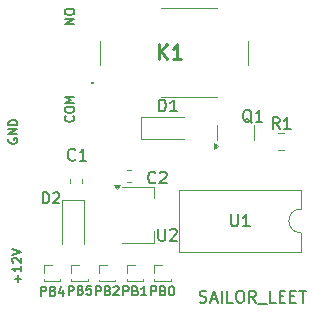
<source format=gbr>
%TF.GenerationSoftware,KiCad,Pcbnew,8.0.1*%
%TF.CreationDate,2024-12-19T13:08:11+01:00*%
%TF.ProjectId,on_off_switch,6f6e5f6f-6666-45f7-9377-697463682e6b,rev?*%
%TF.SameCoordinates,Original*%
%TF.FileFunction,Legend,Top*%
%TF.FilePolarity,Positive*%
%FSLAX46Y46*%
G04 Gerber Fmt 4.6, Leading zero omitted, Abs format (unit mm)*
G04 Created by KiCad (PCBNEW 8.0.1) date 2024-12-19 13:08:11*
%MOMM*%
%LPD*%
G01*
G04 APERTURE LIST*
%ADD10C,0.150000*%
%ADD11C,0.254000*%
%ADD12C,0.120000*%
%ADD13C,0.200000*%
%ADD14C,0.100000*%
G04 APERTURE END LIST*
D10*
X132439160Y-73822200D02*
X132582017Y-73869819D01*
X132582017Y-73869819D02*
X132820112Y-73869819D01*
X132820112Y-73869819D02*
X132915350Y-73822200D01*
X132915350Y-73822200D02*
X132962969Y-73774580D01*
X132962969Y-73774580D02*
X133010588Y-73679342D01*
X133010588Y-73679342D02*
X133010588Y-73584104D01*
X133010588Y-73584104D02*
X132962969Y-73488866D01*
X132962969Y-73488866D02*
X132915350Y-73441247D01*
X132915350Y-73441247D02*
X132820112Y-73393628D01*
X132820112Y-73393628D02*
X132629636Y-73346009D01*
X132629636Y-73346009D02*
X132534398Y-73298390D01*
X132534398Y-73298390D02*
X132486779Y-73250771D01*
X132486779Y-73250771D02*
X132439160Y-73155533D01*
X132439160Y-73155533D02*
X132439160Y-73060295D01*
X132439160Y-73060295D02*
X132486779Y-72965057D01*
X132486779Y-72965057D02*
X132534398Y-72917438D01*
X132534398Y-72917438D02*
X132629636Y-72869819D01*
X132629636Y-72869819D02*
X132867731Y-72869819D01*
X132867731Y-72869819D02*
X133010588Y-72917438D01*
X133391541Y-73584104D02*
X133867731Y-73584104D01*
X133296303Y-73869819D02*
X133629636Y-72869819D01*
X133629636Y-72869819D02*
X133962969Y-73869819D01*
X134296303Y-73869819D02*
X134296303Y-72869819D01*
X135248683Y-73869819D02*
X134772493Y-73869819D01*
X134772493Y-73869819D02*
X134772493Y-72869819D01*
X135772493Y-72869819D02*
X135962969Y-72869819D01*
X135962969Y-72869819D02*
X136058207Y-72917438D01*
X136058207Y-72917438D02*
X136153445Y-73012676D01*
X136153445Y-73012676D02*
X136201064Y-73203152D01*
X136201064Y-73203152D02*
X136201064Y-73536485D01*
X136201064Y-73536485D02*
X136153445Y-73726961D01*
X136153445Y-73726961D02*
X136058207Y-73822200D01*
X136058207Y-73822200D02*
X135962969Y-73869819D01*
X135962969Y-73869819D02*
X135772493Y-73869819D01*
X135772493Y-73869819D02*
X135677255Y-73822200D01*
X135677255Y-73822200D02*
X135582017Y-73726961D01*
X135582017Y-73726961D02*
X135534398Y-73536485D01*
X135534398Y-73536485D02*
X135534398Y-73203152D01*
X135534398Y-73203152D02*
X135582017Y-73012676D01*
X135582017Y-73012676D02*
X135677255Y-72917438D01*
X135677255Y-72917438D02*
X135772493Y-72869819D01*
X137201064Y-73869819D02*
X136867731Y-73393628D01*
X136629636Y-73869819D02*
X136629636Y-72869819D01*
X136629636Y-72869819D02*
X137010588Y-72869819D01*
X137010588Y-72869819D02*
X137105826Y-72917438D01*
X137105826Y-72917438D02*
X137153445Y-72965057D01*
X137153445Y-72965057D02*
X137201064Y-73060295D01*
X137201064Y-73060295D02*
X137201064Y-73203152D01*
X137201064Y-73203152D02*
X137153445Y-73298390D01*
X137153445Y-73298390D02*
X137105826Y-73346009D01*
X137105826Y-73346009D02*
X137010588Y-73393628D01*
X137010588Y-73393628D02*
X136629636Y-73393628D01*
X137391541Y-73965057D02*
X138153445Y-73965057D01*
X138867731Y-73869819D02*
X138391541Y-73869819D01*
X138391541Y-73869819D02*
X138391541Y-72869819D01*
X139201065Y-73346009D02*
X139534398Y-73346009D01*
X139677255Y-73869819D02*
X139201065Y-73869819D01*
X139201065Y-73869819D02*
X139201065Y-72869819D01*
X139201065Y-72869819D02*
X139677255Y-72869819D01*
X140105827Y-73346009D02*
X140439160Y-73346009D01*
X140582017Y-73869819D02*
X140105827Y-73869819D01*
X140105827Y-73869819D02*
X140105827Y-72869819D01*
X140105827Y-72869819D02*
X140582017Y-72869819D01*
X140867732Y-72869819D02*
X141439160Y-72869819D01*
X141153446Y-73869819D02*
X141153446Y-72869819D01*
X117054430Y-72132571D02*
X117054430Y-71552000D01*
X117344715Y-71842285D02*
X116764144Y-71842285D01*
X117344715Y-70789999D02*
X117344715Y-71225428D01*
X117344715Y-71007713D02*
X116582715Y-71007713D01*
X116582715Y-71007713D02*
X116691572Y-71080285D01*
X116691572Y-71080285D02*
X116764144Y-71152856D01*
X116764144Y-71152856D02*
X116800430Y-71225428D01*
X116655287Y-70499714D02*
X116619001Y-70463428D01*
X116619001Y-70463428D02*
X116582715Y-70390857D01*
X116582715Y-70390857D02*
X116582715Y-70209428D01*
X116582715Y-70209428D02*
X116619001Y-70136857D01*
X116619001Y-70136857D02*
X116655287Y-70100571D01*
X116655287Y-70100571D02*
X116727858Y-70064285D01*
X116727858Y-70064285D02*
X116800430Y-70064285D01*
X116800430Y-70064285D02*
X116909287Y-70100571D01*
X116909287Y-70100571D02*
X117344715Y-70535999D01*
X117344715Y-70535999D02*
X117344715Y-70064285D01*
X116582715Y-69846571D02*
X117344715Y-69592571D01*
X117344715Y-69592571D02*
X116582715Y-69338571D01*
X139200833Y-59184819D02*
X138867500Y-58708628D01*
X138629405Y-59184819D02*
X138629405Y-58184819D01*
X138629405Y-58184819D02*
X139010357Y-58184819D01*
X139010357Y-58184819D02*
X139105595Y-58232438D01*
X139105595Y-58232438D02*
X139153214Y-58280057D01*
X139153214Y-58280057D02*
X139200833Y-58375295D01*
X139200833Y-58375295D02*
X139200833Y-58518152D01*
X139200833Y-58518152D02*
X139153214Y-58613390D01*
X139153214Y-58613390D02*
X139105595Y-58661009D01*
X139105595Y-58661009D02*
X139010357Y-58708628D01*
X139010357Y-58708628D02*
X138629405Y-58708628D01*
X140153214Y-59184819D02*
X139581786Y-59184819D01*
X139867500Y-59184819D02*
X139867500Y-58184819D01*
X139867500Y-58184819D02*
X139772262Y-58327676D01*
X139772262Y-58327676D02*
X139677024Y-58422914D01*
X139677024Y-58422914D02*
X139581786Y-58470533D01*
X136844761Y-58650057D02*
X136749523Y-58602438D01*
X136749523Y-58602438D02*
X136654285Y-58507200D01*
X136654285Y-58507200D02*
X136511428Y-58364342D01*
X136511428Y-58364342D02*
X136416190Y-58316723D01*
X136416190Y-58316723D02*
X136320952Y-58316723D01*
X136368571Y-58554819D02*
X136273333Y-58507200D01*
X136273333Y-58507200D02*
X136178095Y-58411961D01*
X136178095Y-58411961D02*
X136130476Y-58221485D01*
X136130476Y-58221485D02*
X136130476Y-57888152D01*
X136130476Y-57888152D02*
X136178095Y-57697676D01*
X136178095Y-57697676D02*
X136273333Y-57602438D01*
X136273333Y-57602438D02*
X136368571Y-57554819D01*
X136368571Y-57554819D02*
X136559047Y-57554819D01*
X136559047Y-57554819D02*
X136654285Y-57602438D01*
X136654285Y-57602438D02*
X136749523Y-57697676D01*
X136749523Y-57697676D02*
X136797142Y-57888152D01*
X136797142Y-57888152D02*
X136797142Y-58221485D01*
X136797142Y-58221485D02*
X136749523Y-58411961D01*
X136749523Y-58411961D02*
X136654285Y-58507200D01*
X136654285Y-58507200D02*
X136559047Y-58554819D01*
X136559047Y-58554819D02*
X136368571Y-58554819D01*
X137749523Y-58554819D02*
X137178095Y-58554819D01*
X137463809Y-58554819D02*
X137463809Y-57554819D01*
X137463809Y-57554819D02*
X137368571Y-57697676D01*
X137368571Y-57697676D02*
X137273333Y-57792914D01*
X137273333Y-57792914D02*
X137178095Y-57840533D01*
X116279001Y-60000571D02*
X116242715Y-60073143D01*
X116242715Y-60073143D02*
X116242715Y-60182000D01*
X116242715Y-60182000D02*
X116279001Y-60290857D01*
X116279001Y-60290857D02*
X116351572Y-60363428D01*
X116351572Y-60363428D02*
X116424144Y-60399714D01*
X116424144Y-60399714D02*
X116569287Y-60436000D01*
X116569287Y-60436000D02*
X116678144Y-60436000D01*
X116678144Y-60436000D02*
X116823287Y-60399714D01*
X116823287Y-60399714D02*
X116895858Y-60363428D01*
X116895858Y-60363428D02*
X116968430Y-60290857D01*
X116968430Y-60290857D02*
X117004715Y-60182000D01*
X117004715Y-60182000D02*
X117004715Y-60109428D01*
X117004715Y-60109428D02*
X116968430Y-60000571D01*
X116968430Y-60000571D02*
X116932144Y-59964285D01*
X116932144Y-59964285D02*
X116678144Y-59964285D01*
X116678144Y-59964285D02*
X116678144Y-60109428D01*
X117004715Y-59637714D02*
X116242715Y-59637714D01*
X116242715Y-59637714D02*
X117004715Y-59202285D01*
X117004715Y-59202285D02*
X116242715Y-59202285D01*
X117004715Y-58839428D02*
X116242715Y-58839428D01*
X116242715Y-58839428D02*
X116242715Y-58657999D01*
X116242715Y-58657999D02*
X116279001Y-58549142D01*
X116279001Y-58549142D02*
X116351572Y-58476571D01*
X116351572Y-58476571D02*
X116424144Y-58440285D01*
X116424144Y-58440285D02*
X116569287Y-58403999D01*
X116569287Y-58403999D02*
X116678144Y-58403999D01*
X116678144Y-58403999D02*
X116823287Y-58440285D01*
X116823287Y-58440285D02*
X116895858Y-58476571D01*
X116895858Y-58476571D02*
X116968430Y-58549142D01*
X116968430Y-58549142D02*
X117004715Y-58657999D01*
X117004715Y-58657999D02*
X117004715Y-58839428D01*
X125986571Y-73254715D02*
X125986571Y-72492715D01*
X125986571Y-72492715D02*
X126276857Y-72492715D01*
X126276857Y-72492715D02*
X126349428Y-72529001D01*
X126349428Y-72529001D02*
X126385714Y-72565287D01*
X126385714Y-72565287D02*
X126422000Y-72637858D01*
X126422000Y-72637858D02*
X126422000Y-72746715D01*
X126422000Y-72746715D02*
X126385714Y-72819287D01*
X126385714Y-72819287D02*
X126349428Y-72855572D01*
X126349428Y-72855572D02*
X126276857Y-72891858D01*
X126276857Y-72891858D02*
X125986571Y-72891858D01*
X127002571Y-72855572D02*
X127111428Y-72891858D01*
X127111428Y-72891858D02*
X127147714Y-72928144D01*
X127147714Y-72928144D02*
X127184000Y-73000715D01*
X127184000Y-73000715D02*
X127184000Y-73109572D01*
X127184000Y-73109572D02*
X127147714Y-73182144D01*
X127147714Y-73182144D02*
X127111428Y-73218430D01*
X127111428Y-73218430D02*
X127038857Y-73254715D01*
X127038857Y-73254715D02*
X126748571Y-73254715D01*
X126748571Y-73254715D02*
X126748571Y-72492715D01*
X126748571Y-72492715D02*
X127002571Y-72492715D01*
X127002571Y-72492715D02*
X127075143Y-72529001D01*
X127075143Y-72529001D02*
X127111428Y-72565287D01*
X127111428Y-72565287D02*
X127147714Y-72637858D01*
X127147714Y-72637858D02*
X127147714Y-72710430D01*
X127147714Y-72710430D02*
X127111428Y-72783001D01*
X127111428Y-72783001D02*
X127075143Y-72819287D01*
X127075143Y-72819287D02*
X127002571Y-72855572D01*
X127002571Y-72855572D02*
X126748571Y-72855572D01*
X127909714Y-73254715D02*
X127474285Y-73254715D01*
X127692000Y-73254715D02*
X127692000Y-72492715D01*
X127692000Y-72492715D02*
X127619428Y-72601572D01*
X127619428Y-72601572D02*
X127546857Y-72674144D01*
X127546857Y-72674144D02*
X127474285Y-72710430D01*
D11*
X128962618Y-53274318D02*
X128962618Y-52004318D01*
X129688333Y-53274318D02*
X129144047Y-52548603D01*
X129688333Y-52004318D02*
X128962618Y-52730032D01*
X130897857Y-53274318D02*
X130172142Y-53274318D01*
X130534999Y-53274318D02*
X130534999Y-52004318D01*
X130534999Y-52004318D02*
X130414047Y-52185746D01*
X130414047Y-52185746D02*
X130293095Y-52306699D01*
X130293095Y-52306699D02*
X130172142Y-52367175D01*
D10*
X121893333Y-61754580D02*
X121845714Y-61802200D01*
X121845714Y-61802200D02*
X121702857Y-61849819D01*
X121702857Y-61849819D02*
X121607619Y-61849819D01*
X121607619Y-61849819D02*
X121464762Y-61802200D01*
X121464762Y-61802200D02*
X121369524Y-61706961D01*
X121369524Y-61706961D02*
X121321905Y-61611723D01*
X121321905Y-61611723D02*
X121274286Y-61421247D01*
X121274286Y-61421247D02*
X121274286Y-61278390D01*
X121274286Y-61278390D02*
X121321905Y-61087914D01*
X121321905Y-61087914D02*
X121369524Y-60992676D01*
X121369524Y-60992676D02*
X121464762Y-60897438D01*
X121464762Y-60897438D02*
X121607619Y-60849819D01*
X121607619Y-60849819D02*
X121702857Y-60849819D01*
X121702857Y-60849819D02*
X121845714Y-60897438D01*
X121845714Y-60897438D02*
X121893333Y-60945057D01*
X122845714Y-61849819D02*
X122274286Y-61849819D01*
X122560000Y-61849819D02*
X122560000Y-60849819D01*
X122560000Y-60849819D02*
X122464762Y-60992676D01*
X122464762Y-60992676D02*
X122369524Y-61087914D01*
X122369524Y-61087914D02*
X122274286Y-61135533D01*
X128938095Y-67634819D02*
X128938095Y-68444342D01*
X128938095Y-68444342D02*
X128985714Y-68539580D01*
X128985714Y-68539580D02*
X129033333Y-68587200D01*
X129033333Y-68587200D02*
X129128571Y-68634819D01*
X129128571Y-68634819D02*
X129319047Y-68634819D01*
X129319047Y-68634819D02*
X129414285Y-68587200D01*
X129414285Y-68587200D02*
X129461904Y-68539580D01*
X129461904Y-68539580D02*
X129509523Y-68444342D01*
X129509523Y-68444342D02*
X129509523Y-67634819D01*
X129938095Y-67730057D02*
X129985714Y-67682438D01*
X129985714Y-67682438D02*
X130080952Y-67634819D01*
X130080952Y-67634819D02*
X130319047Y-67634819D01*
X130319047Y-67634819D02*
X130414285Y-67682438D01*
X130414285Y-67682438D02*
X130461904Y-67730057D01*
X130461904Y-67730057D02*
X130509523Y-67825295D01*
X130509523Y-67825295D02*
X130509523Y-67920533D01*
X130509523Y-67920533D02*
X130461904Y-68063390D01*
X130461904Y-68063390D02*
X129890476Y-68634819D01*
X129890476Y-68634819D02*
X130509523Y-68634819D01*
X121794715Y-50276857D02*
X121032715Y-50276857D01*
X121032715Y-50276857D02*
X121794715Y-49841428D01*
X121794715Y-49841428D02*
X121032715Y-49841428D01*
X121032715Y-49333428D02*
X121032715Y-49188285D01*
X121032715Y-49188285D02*
X121069001Y-49115714D01*
X121069001Y-49115714D02*
X121141572Y-49043142D01*
X121141572Y-49043142D02*
X121286715Y-49006857D01*
X121286715Y-49006857D02*
X121540715Y-49006857D01*
X121540715Y-49006857D02*
X121685858Y-49043142D01*
X121685858Y-49043142D02*
X121758430Y-49115714D01*
X121758430Y-49115714D02*
X121794715Y-49188285D01*
X121794715Y-49188285D02*
X121794715Y-49333428D01*
X121794715Y-49333428D02*
X121758430Y-49406000D01*
X121758430Y-49406000D02*
X121685858Y-49478571D01*
X121685858Y-49478571D02*
X121540715Y-49514857D01*
X121540715Y-49514857D02*
X121286715Y-49514857D01*
X121286715Y-49514857D02*
X121141572Y-49478571D01*
X121141572Y-49478571D02*
X121069001Y-49406000D01*
X121069001Y-49406000D02*
X121032715Y-49333428D01*
X121722144Y-58068713D02*
X121758430Y-58104999D01*
X121758430Y-58104999D02*
X121794715Y-58213856D01*
X121794715Y-58213856D02*
X121794715Y-58286428D01*
X121794715Y-58286428D02*
X121758430Y-58395285D01*
X121758430Y-58395285D02*
X121685858Y-58467856D01*
X121685858Y-58467856D02*
X121613287Y-58504142D01*
X121613287Y-58504142D02*
X121468144Y-58540428D01*
X121468144Y-58540428D02*
X121359287Y-58540428D01*
X121359287Y-58540428D02*
X121214144Y-58504142D01*
X121214144Y-58504142D02*
X121141572Y-58467856D01*
X121141572Y-58467856D02*
X121069001Y-58395285D01*
X121069001Y-58395285D02*
X121032715Y-58286428D01*
X121032715Y-58286428D02*
X121032715Y-58213856D01*
X121032715Y-58213856D02*
X121069001Y-58104999D01*
X121069001Y-58104999D02*
X121105287Y-58068713D01*
X121032715Y-57596999D02*
X121032715Y-57451856D01*
X121032715Y-57451856D02*
X121069001Y-57379285D01*
X121069001Y-57379285D02*
X121141572Y-57306713D01*
X121141572Y-57306713D02*
X121286715Y-57270428D01*
X121286715Y-57270428D02*
X121540715Y-57270428D01*
X121540715Y-57270428D02*
X121685858Y-57306713D01*
X121685858Y-57306713D02*
X121758430Y-57379285D01*
X121758430Y-57379285D02*
X121794715Y-57451856D01*
X121794715Y-57451856D02*
X121794715Y-57596999D01*
X121794715Y-57596999D02*
X121758430Y-57669571D01*
X121758430Y-57669571D02*
X121685858Y-57742142D01*
X121685858Y-57742142D02*
X121540715Y-57778428D01*
X121540715Y-57778428D02*
X121286715Y-57778428D01*
X121286715Y-57778428D02*
X121141572Y-57742142D01*
X121141572Y-57742142D02*
X121069001Y-57669571D01*
X121069001Y-57669571D02*
X121032715Y-57596999D01*
X121794715Y-56943856D02*
X121032715Y-56943856D01*
X121032715Y-56943856D02*
X121577001Y-56689856D01*
X121577001Y-56689856D02*
X121032715Y-56435856D01*
X121032715Y-56435856D02*
X121794715Y-56435856D01*
X128688333Y-63689580D02*
X128640714Y-63737200D01*
X128640714Y-63737200D02*
X128497857Y-63784819D01*
X128497857Y-63784819D02*
X128402619Y-63784819D01*
X128402619Y-63784819D02*
X128259762Y-63737200D01*
X128259762Y-63737200D02*
X128164524Y-63641961D01*
X128164524Y-63641961D02*
X128116905Y-63546723D01*
X128116905Y-63546723D02*
X128069286Y-63356247D01*
X128069286Y-63356247D02*
X128069286Y-63213390D01*
X128069286Y-63213390D02*
X128116905Y-63022914D01*
X128116905Y-63022914D02*
X128164524Y-62927676D01*
X128164524Y-62927676D02*
X128259762Y-62832438D01*
X128259762Y-62832438D02*
X128402619Y-62784819D01*
X128402619Y-62784819D02*
X128497857Y-62784819D01*
X128497857Y-62784819D02*
X128640714Y-62832438D01*
X128640714Y-62832438D02*
X128688333Y-62880057D01*
X129069286Y-62880057D02*
X129116905Y-62832438D01*
X129116905Y-62832438D02*
X129212143Y-62784819D01*
X129212143Y-62784819D02*
X129450238Y-62784819D01*
X129450238Y-62784819D02*
X129545476Y-62832438D01*
X129545476Y-62832438D02*
X129593095Y-62880057D01*
X129593095Y-62880057D02*
X129640714Y-62975295D01*
X129640714Y-62975295D02*
X129640714Y-63070533D01*
X129640714Y-63070533D02*
X129593095Y-63213390D01*
X129593095Y-63213390D02*
X129021667Y-63784819D01*
X129021667Y-63784819D02*
X129640714Y-63784819D01*
X119016571Y-73274715D02*
X119016571Y-72512715D01*
X119016571Y-72512715D02*
X119306857Y-72512715D01*
X119306857Y-72512715D02*
X119379428Y-72549001D01*
X119379428Y-72549001D02*
X119415714Y-72585287D01*
X119415714Y-72585287D02*
X119452000Y-72657858D01*
X119452000Y-72657858D02*
X119452000Y-72766715D01*
X119452000Y-72766715D02*
X119415714Y-72839287D01*
X119415714Y-72839287D02*
X119379428Y-72875572D01*
X119379428Y-72875572D02*
X119306857Y-72911858D01*
X119306857Y-72911858D02*
X119016571Y-72911858D01*
X120032571Y-72875572D02*
X120141428Y-72911858D01*
X120141428Y-72911858D02*
X120177714Y-72948144D01*
X120177714Y-72948144D02*
X120214000Y-73020715D01*
X120214000Y-73020715D02*
X120214000Y-73129572D01*
X120214000Y-73129572D02*
X120177714Y-73202144D01*
X120177714Y-73202144D02*
X120141428Y-73238430D01*
X120141428Y-73238430D02*
X120068857Y-73274715D01*
X120068857Y-73274715D02*
X119778571Y-73274715D01*
X119778571Y-73274715D02*
X119778571Y-72512715D01*
X119778571Y-72512715D02*
X120032571Y-72512715D01*
X120032571Y-72512715D02*
X120105143Y-72549001D01*
X120105143Y-72549001D02*
X120141428Y-72585287D01*
X120141428Y-72585287D02*
X120177714Y-72657858D01*
X120177714Y-72657858D02*
X120177714Y-72730430D01*
X120177714Y-72730430D02*
X120141428Y-72803001D01*
X120141428Y-72803001D02*
X120105143Y-72839287D01*
X120105143Y-72839287D02*
X120032571Y-72875572D01*
X120032571Y-72875572D02*
X119778571Y-72875572D01*
X120867143Y-72766715D02*
X120867143Y-73274715D01*
X120685714Y-72476430D02*
X120504285Y-73020715D01*
X120504285Y-73020715D02*
X120976000Y-73020715D01*
X128346571Y-73264715D02*
X128346571Y-72502715D01*
X128346571Y-72502715D02*
X128636857Y-72502715D01*
X128636857Y-72502715D02*
X128709428Y-72539001D01*
X128709428Y-72539001D02*
X128745714Y-72575287D01*
X128745714Y-72575287D02*
X128782000Y-72647858D01*
X128782000Y-72647858D02*
X128782000Y-72756715D01*
X128782000Y-72756715D02*
X128745714Y-72829287D01*
X128745714Y-72829287D02*
X128709428Y-72865572D01*
X128709428Y-72865572D02*
X128636857Y-72901858D01*
X128636857Y-72901858D02*
X128346571Y-72901858D01*
X129362571Y-72865572D02*
X129471428Y-72901858D01*
X129471428Y-72901858D02*
X129507714Y-72938144D01*
X129507714Y-72938144D02*
X129544000Y-73010715D01*
X129544000Y-73010715D02*
X129544000Y-73119572D01*
X129544000Y-73119572D02*
X129507714Y-73192144D01*
X129507714Y-73192144D02*
X129471428Y-73228430D01*
X129471428Y-73228430D02*
X129398857Y-73264715D01*
X129398857Y-73264715D02*
X129108571Y-73264715D01*
X129108571Y-73264715D02*
X129108571Y-72502715D01*
X129108571Y-72502715D02*
X129362571Y-72502715D01*
X129362571Y-72502715D02*
X129435143Y-72539001D01*
X129435143Y-72539001D02*
X129471428Y-72575287D01*
X129471428Y-72575287D02*
X129507714Y-72647858D01*
X129507714Y-72647858D02*
X129507714Y-72720430D01*
X129507714Y-72720430D02*
X129471428Y-72793001D01*
X129471428Y-72793001D02*
X129435143Y-72829287D01*
X129435143Y-72829287D02*
X129362571Y-72865572D01*
X129362571Y-72865572D02*
X129108571Y-72865572D01*
X130015714Y-72502715D02*
X130088285Y-72502715D01*
X130088285Y-72502715D02*
X130160857Y-72539001D01*
X130160857Y-72539001D02*
X130197143Y-72575287D01*
X130197143Y-72575287D02*
X130233428Y-72647858D01*
X130233428Y-72647858D02*
X130269714Y-72793001D01*
X130269714Y-72793001D02*
X130269714Y-72974430D01*
X130269714Y-72974430D02*
X130233428Y-73119572D01*
X130233428Y-73119572D02*
X130197143Y-73192144D01*
X130197143Y-73192144D02*
X130160857Y-73228430D01*
X130160857Y-73228430D02*
X130088285Y-73264715D01*
X130088285Y-73264715D02*
X130015714Y-73264715D01*
X130015714Y-73264715D02*
X129943143Y-73228430D01*
X129943143Y-73228430D02*
X129906857Y-73192144D01*
X129906857Y-73192144D02*
X129870571Y-73119572D01*
X129870571Y-73119572D02*
X129834285Y-72974430D01*
X129834285Y-72974430D02*
X129834285Y-72793001D01*
X129834285Y-72793001D02*
X129870571Y-72647858D01*
X129870571Y-72647858D02*
X129906857Y-72575287D01*
X129906857Y-72575287D02*
X129943143Y-72539001D01*
X129943143Y-72539001D02*
X130015714Y-72502715D01*
X135098095Y-66394819D02*
X135098095Y-67204342D01*
X135098095Y-67204342D02*
X135145714Y-67299580D01*
X135145714Y-67299580D02*
X135193333Y-67347200D01*
X135193333Y-67347200D02*
X135288571Y-67394819D01*
X135288571Y-67394819D02*
X135479047Y-67394819D01*
X135479047Y-67394819D02*
X135574285Y-67347200D01*
X135574285Y-67347200D02*
X135621904Y-67299580D01*
X135621904Y-67299580D02*
X135669523Y-67204342D01*
X135669523Y-67204342D02*
X135669523Y-66394819D01*
X136669523Y-67394819D02*
X136098095Y-67394819D01*
X136383809Y-67394819D02*
X136383809Y-66394819D01*
X136383809Y-66394819D02*
X136288571Y-66537676D01*
X136288571Y-66537676D02*
X136193333Y-66632914D01*
X136193333Y-66632914D02*
X136098095Y-66680533D01*
X121356571Y-73214715D02*
X121356571Y-72452715D01*
X121356571Y-72452715D02*
X121646857Y-72452715D01*
X121646857Y-72452715D02*
X121719428Y-72489001D01*
X121719428Y-72489001D02*
X121755714Y-72525287D01*
X121755714Y-72525287D02*
X121792000Y-72597858D01*
X121792000Y-72597858D02*
X121792000Y-72706715D01*
X121792000Y-72706715D02*
X121755714Y-72779287D01*
X121755714Y-72779287D02*
X121719428Y-72815572D01*
X121719428Y-72815572D02*
X121646857Y-72851858D01*
X121646857Y-72851858D02*
X121356571Y-72851858D01*
X122372571Y-72815572D02*
X122481428Y-72851858D01*
X122481428Y-72851858D02*
X122517714Y-72888144D01*
X122517714Y-72888144D02*
X122554000Y-72960715D01*
X122554000Y-72960715D02*
X122554000Y-73069572D01*
X122554000Y-73069572D02*
X122517714Y-73142144D01*
X122517714Y-73142144D02*
X122481428Y-73178430D01*
X122481428Y-73178430D02*
X122408857Y-73214715D01*
X122408857Y-73214715D02*
X122118571Y-73214715D01*
X122118571Y-73214715D02*
X122118571Y-72452715D01*
X122118571Y-72452715D02*
X122372571Y-72452715D01*
X122372571Y-72452715D02*
X122445143Y-72489001D01*
X122445143Y-72489001D02*
X122481428Y-72525287D01*
X122481428Y-72525287D02*
X122517714Y-72597858D01*
X122517714Y-72597858D02*
X122517714Y-72670430D01*
X122517714Y-72670430D02*
X122481428Y-72743001D01*
X122481428Y-72743001D02*
X122445143Y-72779287D01*
X122445143Y-72779287D02*
X122372571Y-72815572D01*
X122372571Y-72815572D02*
X122118571Y-72815572D01*
X123243428Y-72452715D02*
X122880571Y-72452715D01*
X122880571Y-72452715D02*
X122844285Y-72815572D01*
X122844285Y-72815572D02*
X122880571Y-72779287D01*
X122880571Y-72779287D02*
X122953143Y-72743001D01*
X122953143Y-72743001D02*
X123134571Y-72743001D01*
X123134571Y-72743001D02*
X123207143Y-72779287D01*
X123207143Y-72779287D02*
X123243428Y-72815572D01*
X123243428Y-72815572D02*
X123279714Y-72888144D01*
X123279714Y-72888144D02*
X123279714Y-73069572D01*
X123279714Y-73069572D02*
X123243428Y-73142144D01*
X123243428Y-73142144D02*
X123207143Y-73178430D01*
X123207143Y-73178430D02*
X123134571Y-73214715D01*
X123134571Y-73214715D02*
X122953143Y-73214715D01*
X122953143Y-73214715D02*
X122880571Y-73178430D01*
X122880571Y-73178430D02*
X122844285Y-73142144D01*
X119195714Y-65448557D02*
X119195714Y-64548557D01*
X119195714Y-64548557D02*
X119410000Y-64548557D01*
X119410000Y-64548557D02*
X119538571Y-64591414D01*
X119538571Y-64591414D02*
X119624286Y-64677128D01*
X119624286Y-64677128D02*
X119667143Y-64762842D01*
X119667143Y-64762842D02*
X119710000Y-64934271D01*
X119710000Y-64934271D02*
X119710000Y-65062842D01*
X119710000Y-65062842D02*
X119667143Y-65234271D01*
X119667143Y-65234271D02*
X119624286Y-65319985D01*
X119624286Y-65319985D02*
X119538571Y-65405700D01*
X119538571Y-65405700D02*
X119410000Y-65448557D01*
X119410000Y-65448557D02*
X119195714Y-65448557D01*
X120052857Y-64634271D02*
X120095714Y-64591414D01*
X120095714Y-64591414D02*
X120181429Y-64548557D01*
X120181429Y-64548557D02*
X120395714Y-64548557D01*
X120395714Y-64548557D02*
X120481429Y-64591414D01*
X120481429Y-64591414D02*
X120524286Y-64634271D01*
X120524286Y-64634271D02*
X120567143Y-64719985D01*
X120567143Y-64719985D02*
X120567143Y-64805700D01*
X120567143Y-64805700D02*
X120524286Y-64934271D01*
X120524286Y-64934271D02*
X120010000Y-65448557D01*
X120010000Y-65448557D02*
X120567143Y-65448557D01*
X129001905Y-57684819D02*
X129001905Y-56684819D01*
X129001905Y-56684819D02*
X129240000Y-56684819D01*
X129240000Y-56684819D02*
X129382857Y-56732438D01*
X129382857Y-56732438D02*
X129478095Y-56827676D01*
X129478095Y-56827676D02*
X129525714Y-56922914D01*
X129525714Y-56922914D02*
X129573333Y-57113390D01*
X129573333Y-57113390D02*
X129573333Y-57256247D01*
X129573333Y-57256247D02*
X129525714Y-57446723D01*
X129525714Y-57446723D02*
X129478095Y-57541961D01*
X129478095Y-57541961D02*
X129382857Y-57637200D01*
X129382857Y-57637200D02*
X129240000Y-57684819D01*
X129240000Y-57684819D02*
X129001905Y-57684819D01*
X130525714Y-57684819D02*
X129954286Y-57684819D01*
X130240000Y-57684819D02*
X130240000Y-56684819D01*
X130240000Y-56684819D02*
X130144762Y-56827676D01*
X130144762Y-56827676D02*
X130049524Y-56922914D01*
X130049524Y-56922914D02*
X129954286Y-56970533D01*
X123646571Y-73254715D02*
X123646571Y-72492715D01*
X123646571Y-72492715D02*
X123936857Y-72492715D01*
X123936857Y-72492715D02*
X124009428Y-72529001D01*
X124009428Y-72529001D02*
X124045714Y-72565287D01*
X124045714Y-72565287D02*
X124082000Y-72637858D01*
X124082000Y-72637858D02*
X124082000Y-72746715D01*
X124082000Y-72746715D02*
X124045714Y-72819287D01*
X124045714Y-72819287D02*
X124009428Y-72855572D01*
X124009428Y-72855572D02*
X123936857Y-72891858D01*
X123936857Y-72891858D02*
X123646571Y-72891858D01*
X124662571Y-72855572D02*
X124771428Y-72891858D01*
X124771428Y-72891858D02*
X124807714Y-72928144D01*
X124807714Y-72928144D02*
X124844000Y-73000715D01*
X124844000Y-73000715D02*
X124844000Y-73109572D01*
X124844000Y-73109572D02*
X124807714Y-73182144D01*
X124807714Y-73182144D02*
X124771428Y-73218430D01*
X124771428Y-73218430D02*
X124698857Y-73254715D01*
X124698857Y-73254715D02*
X124408571Y-73254715D01*
X124408571Y-73254715D02*
X124408571Y-72492715D01*
X124408571Y-72492715D02*
X124662571Y-72492715D01*
X124662571Y-72492715D02*
X124735143Y-72529001D01*
X124735143Y-72529001D02*
X124771428Y-72565287D01*
X124771428Y-72565287D02*
X124807714Y-72637858D01*
X124807714Y-72637858D02*
X124807714Y-72710430D01*
X124807714Y-72710430D02*
X124771428Y-72783001D01*
X124771428Y-72783001D02*
X124735143Y-72819287D01*
X124735143Y-72819287D02*
X124662571Y-72855572D01*
X124662571Y-72855572D02*
X124408571Y-72855572D01*
X125134285Y-72565287D02*
X125170571Y-72529001D01*
X125170571Y-72529001D02*
X125243143Y-72492715D01*
X125243143Y-72492715D02*
X125424571Y-72492715D01*
X125424571Y-72492715D02*
X125497143Y-72529001D01*
X125497143Y-72529001D02*
X125533428Y-72565287D01*
X125533428Y-72565287D02*
X125569714Y-72637858D01*
X125569714Y-72637858D02*
X125569714Y-72710430D01*
X125569714Y-72710430D02*
X125533428Y-72819287D01*
X125533428Y-72819287D02*
X125098000Y-73254715D01*
X125098000Y-73254715D02*
X125569714Y-73254715D01*
D12*
%TO.C,R1*%
X139537064Y-59505000D02*
X139082936Y-59505000D01*
X139537064Y-60975000D02*
X139082936Y-60975000D01*
%TO.C,Q1*%
X133930000Y-59467500D02*
X133930000Y-58817500D01*
X133930000Y-59467500D02*
X133930000Y-60117500D01*
X137050000Y-59467500D02*
X137050000Y-58817500D01*
X137050000Y-59467500D02*
X137050000Y-60117500D01*
X133980000Y-60630000D02*
X133650000Y-60870000D01*
X133650000Y-60390000D01*
X133980000Y-60630000D01*
G36*
X133980000Y-60630000D02*
G01*
X133650000Y-60870000D01*
X133650000Y-60390000D01*
X133980000Y-60630000D01*
G37*
%TO.C,PB1*%
X126255000Y-70665000D02*
X126950000Y-70665000D01*
X126255000Y-71350000D02*
X126255000Y-70665000D01*
X126255000Y-72035000D02*
X126255000Y-71910000D01*
X126255000Y-72035000D02*
X126341724Y-72035000D01*
X126255000Y-72035000D02*
X127645000Y-72035000D01*
X127558276Y-72035000D02*
X127645000Y-72035000D01*
X127645000Y-72035000D02*
X127645000Y-71910000D01*
D13*
%TO.C,K1*%
X123285000Y-55240000D02*
X123285000Y-55240000D01*
X123285000Y-55240000D02*
X123285000Y-55240000D01*
X123385000Y-55240000D02*
X123385000Y-55240000D01*
D14*
X124015000Y-51740000D02*
X124015000Y-51740000D01*
X124015000Y-51740000D02*
X124015000Y-53740000D01*
X124015000Y-53740000D02*
X124015000Y-51740000D01*
X124015000Y-53740000D02*
X124015000Y-53740000D01*
X129185000Y-48950000D02*
X129185000Y-48950000D01*
X129185000Y-48950000D02*
X133935000Y-48950000D01*
X129185000Y-56450000D02*
X129185000Y-56450000D01*
X129185000Y-56450000D02*
X133935000Y-56450000D01*
X133935000Y-48950000D02*
X129185000Y-48950000D01*
X133935000Y-48950000D02*
X133935000Y-48950000D01*
X133935000Y-56450000D02*
X129185000Y-56450000D01*
X133935000Y-56450000D02*
X133935000Y-56450000D01*
X136515000Y-51740000D02*
X136515000Y-51740000D01*
X136515000Y-51740000D02*
X136515000Y-53740000D01*
X136515000Y-53740000D02*
X136515000Y-51740000D01*
X136515000Y-53740000D02*
X136515000Y-53740000D01*
D13*
X123285000Y-55240000D02*
G75*
G02*
X123385000Y-55240000I50000J0D01*
G01*
X123385000Y-55240000D02*
G75*
G02*
X123285000Y-55240000I-50000J0D01*
G01*
X123385000Y-55240000D02*
G75*
G02*
X123285000Y-55240000I-50000J0D01*
G01*
D12*
%TO.C,C1*%
X121440000Y-63720580D02*
X121440000Y-63439420D01*
X122460000Y-63720580D02*
X122460000Y-63439420D01*
%TO.C,U2*%
X125830000Y-64070000D02*
X128550000Y-64070000D01*
X125970000Y-64070000D02*
X128550000Y-64070000D01*
X128550000Y-65050000D02*
X128550000Y-64070000D01*
X128550000Y-67810000D02*
X128550000Y-68790000D01*
X128550000Y-68790000D02*
X125830000Y-68790000D01*
X125420000Y-64220000D02*
X125180000Y-63890000D01*
X125660000Y-63890000D01*
X125420000Y-64220000D01*
G36*
X125420000Y-64220000D02*
G01*
X125180000Y-63890000D01*
X125660000Y-63890000D01*
X125420000Y-64220000D01*
G37*
%TO.C,C2*%
X126590580Y-62650000D02*
X126309420Y-62650000D01*
X126590580Y-63670000D02*
X126309420Y-63670000D01*
%TO.C,PB4*%
X119225000Y-70665000D02*
X119920000Y-70665000D01*
X119225000Y-71350000D02*
X119225000Y-70665000D01*
X119225000Y-72035000D02*
X119225000Y-71910000D01*
X119225000Y-72035000D02*
X119311724Y-72035000D01*
X119225000Y-72035000D02*
X120615000Y-72035000D01*
X120528276Y-72035000D02*
X120615000Y-72035000D01*
X120615000Y-72035000D02*
X120615000Y-71910000D01*
%TO.C,PB0*%
X128595000Y-70665000D02*
X129290000Y-70665000D01*
X128595000Y-71350000D02*
X128595000Y-70665000D01*
X128595000Y-72035000D02*
X128595000Y-71910000D01*
X128595000Y-72035000D02*
X128681724Y-72035000D01*
X128595000Y-72035000D02*
X129985000Y-72035000D01*
X129898276Y-72035000D02*
X129985000Y-72035000D01*
X129985000Y-72035000D02*
X129985000Y-71910000D01*
%TO.C,U1*%
X130710000Y-64300000D02*
X130710000Y-69600000D01*
X130710000Y-69600000D02*
X140990000Y-69600000D01*
X140990000Y-64300000D02*
X130710000Y-64300000D01*
X140990000Y-65950000D02*
X140990000Y-64300000D01*
X140990000Y-69600000D02*
X140990000Y-67950000D01*
X140990000Y-67950000D02*
G75*
G02*
X140990000Y-65950000I0J1000000D01*
G01*
%TO.C,PB5*%
X121565000Y-70665000D02*
X122260000Y-70665000D01*
X121565000Y-71350000D02*
X121565000Y-70665000D01*
X121565000Y-72035000D02*
X121565000Y-71910000D01*
X121565000Y-72035000D02*
X121651724Y-72035000D01*
X121565000Y-72035000D02*
X122955000Y-72035000D01*
X122868276Y-72035000D02*
X122955000Y-72035000D01*
X122955000Y-72035000D02*
X122955000Y-71910000D01*
%TO.C,D2*%
X120780000Y-65220000D02*
X120780000Y-68880000D01*
X122680000Y-65220000D02*
X120780000Y-65220000D01*
X122680000Y-65220000D02*
X122680000Y-68880000D01*
%TO.C,D1*%
X127490000Y-58160000D02*
X127490000Y-60060000D01*
X127490000Y-58160000D02*
X131150000Y-58160000D01*
X127490000Y-60060000D02*
X131150000Y-60060000D01*
%TO.C,PB2*%
X123905000Y-70675000D02*
X124600000Y-70675000D01*
X123905000Y-71360000D02*
X123905000Y-70675000D01*
X123905000Y-72045000D02*
X123905000Y-71920000D01*
X123905000Y-72045000D02*
X123991724Y-72045000D01*
X123905000Y-72045000D02*
X125295000Y-72045000D01*
X125208276Y-72045000D02*
X125295000Y-72045000D01*
X125295000Y-72045000D02*
X125295000Y-71920000D01*
%TD*%
M02*

</source>
